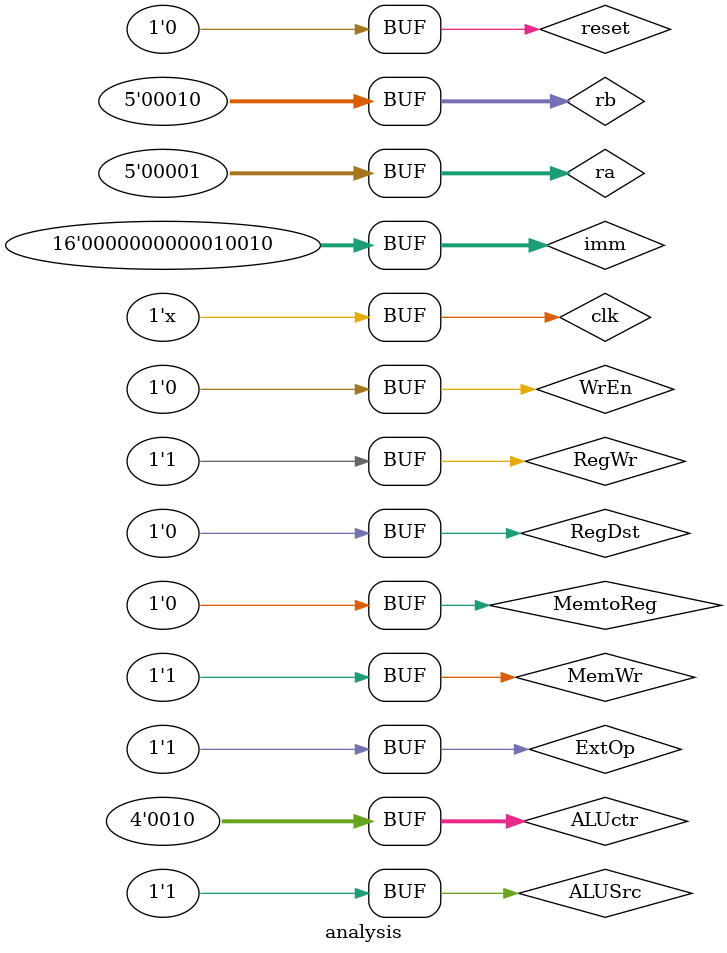
<source format=v>
module analysis;

  reg clk, reset, RegDst, RegWr, ExtOp, ALUSrc, MemWr, MemtoReg, WrEn;
  reg [3:0] ALUctr;
  reg [15:0] imm;
  reg [4:0] ra, rb, rw, rd;
  
  wire zero;
  wire [31:0] busw, busa, busb, dout1, dout2, dout3, dout4, dout5;


  regfile regfile1(clk, reset, busw, RegWr, ra, rb, rw, busa, busb, RegDst, rd);
  extender extender1(imm, dout1, ExtOp);
  mux mux1(dout1, busb, dout2, ALUSrc);

  alu alu1(ALUctr, busa, dout2, zero, dout3);
  dm dm1(clk, reset, dout3, busb, dout4, WrEn);
  mux mux2(dout4, dout3, busw, MemtoReg);

  initial
  begin
    clk = 0; reset = 0; RegDst = 0; RegWr = 0; ExtOp = 0; ALUSrc = 0; MemWr = 0; MemtoReg = 0; WrEn = 0; ALUctr <= 4'b0000;

    #5 reset = 1;
     RegDst = 0;
      RegWr = 1;
       ExtOp = 1;
        ALUSrc = 1;
         ALUctr = 4'b0010;
          MemWr = 1;
           MemtoReg = 0;
            ra <= 5'b1;
             rb <= 5'b10;
              imm <= 16'h12;
    #5 reset = 0; 

  end

  always
  #20 clk =~ clk;

endmodule

</source>
